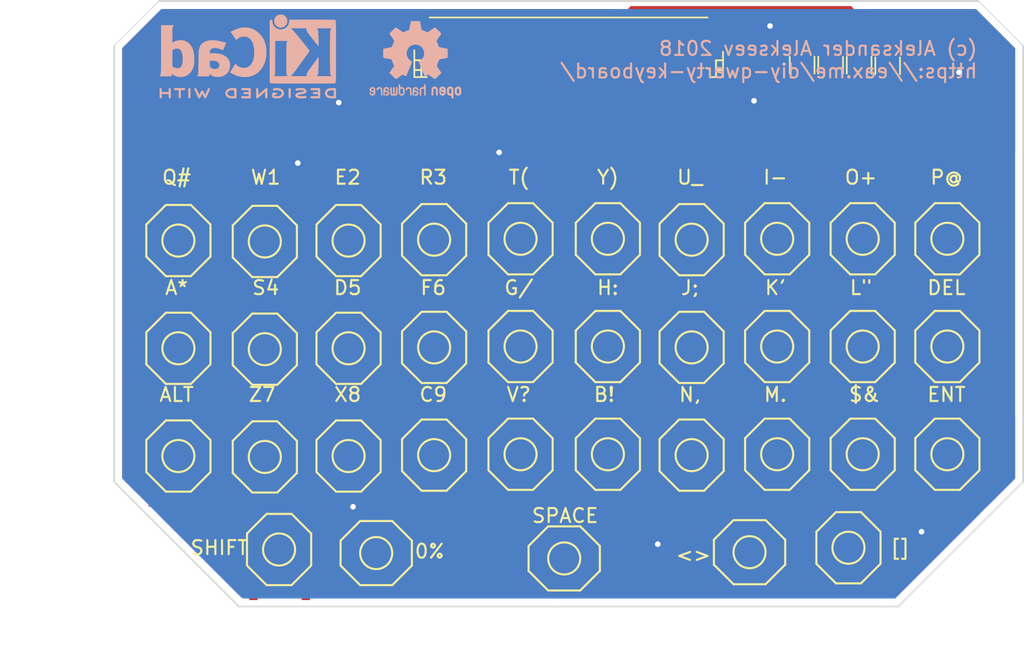
<source format=kicad_pcb>
(kicad_pcb (version 20171130) (host pcbnew "(6.0.0-rc1-dev-148-g83a56263d)")
  (layers (0 F.Cu signal) (31 B.Cu signal) (34 B.Paste user) (35 F.Paste user) (36 B.SilkS user) (37 F.SilkS user) (38 B.Mask user) (39 F.Mask user) (44 Edge.Cuts user))
  (net 0 "")
  (net 1 ROW3)
  (net 2 ROW2)
  (net 3 ROW1)
  (net 4 ROW4)
  (net 5 COL1)
  (net 6 COL2)
  (net 7 COL3)
  (net 8 COL4)
  (net 9 COL5)
  (net 10 COL6)
  (net 11 COL7)
  (net 12 COL8)
  (net 13 COL9)
  (net 14 COL10)
  (net 15 GND)
  (module Resistors_SMD:R_0805_HandSoldering (layer F.Cu) (at 83.439 53.467 270)
    (fp_text reference R2 hide)
    (fp_text value 10K)
    (pad 1 smd rect (at -1.35 0 270) (size 1.5 1.3) (layers F.Cu F.Paste F.Mask) (net 2 ROW2))
    (pad 2 smd rect (at 1.35 0 270) (size 1.5 1.3) (layers F.Cu F.Paste F.Mask) (net 15 GND))
  )
  (module Resistors_SMD:R_0805_HandSoldering (layer F.Cu) (at 85.471 53.467 270)
    (fp_text reference R1 hide)
    (fp_text value 10K)
    (pad 2 smd rect (at 1.35 0 270) (size 1.5 1.3) (layers F.Cu F.Paste F.Mask) (net 15 GND))
    (pad 1 smd rect (at -1.35 0 270) (size 1.5 1.3) (layers F.Cu F.Paste F.Mask) (net 3 ROW1))
  )
  (module Resistors_SMD:R_0805_HandSoldering (layer F.Cu) (at 87.503 53.514 270)
    (fp_text reference R4 hide)
    (fp_text value 10K)
    (pad 1 smd rect (at -1.35 0 270) (size 1.5 1.3) (layers F.Cu F.Paste F.Mask) (net 4 ROW4))
    (pad 2 smd rect (at 1.35 0 270) (size 1.5 1.3) (layers F.Cu F.Paste F.Mask) (net 15 GND))
  )
  (module Resistors_SMD:R_0805_HandSoldering (layer F.Cu) (at 81.407 53.467 270)
    (fp_text reference R3 hide)
    (fp_text value 10K)
    (pad 2 smd rect (at 1.35 0 270) (size 1.5 1.3) (layers F.Cu F.Paste F.Mask) (net 15 GND))
    (pad 1 smd rect (at -1.35 0 270) (size 1.5 1.3) (layers F.Cu F.Paste F.Mask) (net 1 ROW3))
  )
  (module My_Library:Connector_SMD_1x20_P1.0mm (layer F.Cu) (at 64.77 52.705 180)
    (fp_text reference J1 hide)
    (fp_text value Conn_01x20 hide)
    (pad "" smd rect (at 11.5 1.4 180) (size 3 1.8) (layers F.Cu F.Paste F.Mask) (net 15 GND))
    (pad "" smd rect (at -11.5 1.4 180) (size 3 1.8) (layers F.Cu F.Paste F.Mask) (net 15 GND))
    (pad 1 smd rect (at 9.5 -1.9375 180) (size 0.6 1.55) (layers F.Cu F.Paste F.Mask) (net 5 COL1))
    (pad 2 smd rect (at 8.5 -1.9375 180) (size 0.6 1.55) (layers F.Cu F.Paste F.Mask) (net 6 COL2))
    (pad 3 smd rect (at 7.5 -1.9375 180) (size 0.6 1.55) (layers F.Cu F.Paste F.Mask) (net 7 COL3))
    (pad 4 smd rect (at 6.5 -1.9375 180) (size 0.6 1.55) (layers F.Cu F.Paste F.Mask) (net 8 COL4))
    (pad 5 smd rect (at 5.5 -1.9375 180) (size 0.6 1.55) (layers F.Cu F.Paste F.Mask) (net 9 COL5))
    (pad 6 smd rect (at 4.5 -1.9375 180) (size 0.6 1.55) (layers F.Cu F.Paste F.Mask) (net 10 COL6))
    (pad 7 smd rect (at 3.5 -1.9375 180) (size 0.6 1.55) (layers F.Cu F.Paste F.Mask) (net 11 COL7))
    (pad 8 smd rect (at 2.5 -1.9375 180) (size 0.6 1.55) (layers F.Cu F.Paste F.Mask) (net 12 COL8))
    (pad 9 smd rect (at 1.5 -1.9375 180) (size 0.6 1.55) (layers F.Cu F.Paste F.Mask) (net 13 COL9))
    (pad 10 smd rect (at 0.5 -1.9375 180) (size 0.6 1.55) (layers F.Cu F.Paste F.Mask) (net 14 COL10))
    (pad 11 smd rect (at -0.5 -1.9375 180) (size 0.6 1.55) (layers F.Cu F.Paste F.Mask) (net 3 ROW1))
    (pad 12 smd rect (at -1.5 -1.9375 180) (size 0.6 1.55) (layers F.Cu F.Paste F.Mask) (net 2 ROW2))
    (pad 13 smd rect (at -2.5 -1.9375 180) (size 0.6 1.55) (layers F.Cu F.Paste F.Mask) (net 1 ROW3))
    (pad 14 smd rect (at -3.5 -1.9375 180) (size 0.6 1.55) (layers F.Cu F.Paste F.Mask) (net 4 ROW4))
    (pad 15 smd rect (at -4.5 -1.9375 180) (size 0.6 1.55) (layers F.Cu F.Paste F.Mask) (net 15 GND))
    (pad 16 smd rect (at -5.5 -1.9375 180) (size 0.6 1.55) (layers F.Cu F.Paste F.Mask))
    (pad 17 smd rect (at -6.5 -1.9375 180) (size 0.6 1.55) (layers F.Cu F.Paste F.Mask))
    (pad 18 smd rect (at -7.5 -1.9375 180) (size 0.6 1.55) (layers F.Cu F.Paste F.Mask))
    (pad 19 smd rect (at -8.5 -1.9375 180) (size 0.6 1.55) (layers F.Cu F.Paste F.Mask))
    (pad 20 smd rect (at -9.5 -1.9375 180) (size 0.6 1.55) (layers F.Cu F.Paste F.Mask))
  )
  (module My_Library:Button_SMD_5mm_4pins (layer F.Cu) (at 91.8845 65.8495 90)
    (fp_text reference SW33 hide)
    (fp_text value SW_Push)
    (pad 1 smd rect (at -2.8575 -1.9558 90) (size 1.5 0.6) (layers F.Cu F.Paste F.Mask) (net 3 ROW1))
    (pad 2 smd rect (at -2.8575 1.778 90) (size 1.5 0.6) (layers F.Cu F.Paste F.Mask) (net 14 COL10))
    (pad 2 smd rect (at 2.8575 1.778 90) (size 1.5 0.6) (layers F.Cu F.Paste F.Mask) (net 14 COL10))
    (pad 1 smd rect (at 2.8575 -1.9558 90) (size 1.5 0.6) (layers F.Cu F.Paste F.Mask) (net 3 ROW1))
  )
  (module My_Library:Button_SMD_5mm_4pins (layer F.Cu) (at 61.468 73.533 90)
    (fp_text reference SW18 hide)
    (fp_text value SW_Push hide)
    (pad 1 smd rect (at -2.8575 -1.9558 90) (size 1.5 0.6) (layers F.Cu F.Paste F.Mask) (net 2 ROW2))
    (pad 2 smd rect (at -2.8575 1.778 90) (size 1.5 0.6) (layers F.Cu F.Paste F.Mask) (net 9 COL5))
    (pad 2 smd rect (at 2.8575 1.778 90) (size 1.5 0.6) (layers F.Cu F.Paste F.Mask) (net 9 COL5))
    (pad 1 smd rect (at 2.8575 -1.9558 90) (size 1.5 0.6) (layers F.Cu F.Paste F.Mask) (net 2 ROW2))
  )
  (module My_Library:Button_SMD_5mm_4pins (layer F.Cu) (at 55.3085 81.28 90)
    (fp_text reference SW15 hide)
    (fp_text value SW_Push hide)
    (pad 1 smd rect (at 2.8575 -1.9558 90) (size 1.5 0.6) (layers F.Cu F.Paste F.Mask) (net 1 ROW3))
    (pad 2 smd rect (at 2.8575 1.778 90) (size 1.5 0.6) (layers F.Cu F.Paste F.Mask) (net 8 COL4))
    (pad 2 smd rect (at -2.8575 1.778 90) (size 1.5 0.6) (layers F.Cu F.Paste F.Mask) (net 8 COL4))
    (pad 1 smd rect (at -2.8575 -1.9558 90) (size 1.5 0.6) (layers F.Cu F.Paste F.Mask) (net 1 ROW3))
  )
  (module My_Library:Button_SMD_5mm_4pins (layer F.Cu) (at 55.3085 73.5965 90)
    (fp_text reference SW14 hide)
    (fp_text value SW_Push)
    (pad 1 smd rect (at -2.8575 -1.9558 90) (size 1.5 0.6) (layers F.Cu F.Paste F.Mask) (net 2 ROW2))
    (pad 2 smd rect (at -2.8575 1.778 90) (size 1.5 0.6) (layers F.Cu F.Paste F.Mask) (net 8 COL4))
    (pad 2 smd rect (at 2.8575 1.778 90) (size 1.5 0.6) (layers F.Cu F.Paste F.Mask) (net 8 COL4))
    (pad 1 smd rect (at 2.8575 -1.9558 90) (size 1.5 0.6) (layers F.Cu F.Paste F.Mask) (net 2 ROW2))
  )
  (module My_Library:Button_SMD_5mm_4pins (layer F.Cu) (at 55.3085 65.913 90)
    (fp_text reference SW13 hide)
    (fp_text value SW_Push)
    (pad 1 smd rect (at 2.8575 -1.9558 90) (size 1.5 0.6) (layers F.Cu F.Paste F.Mask) (net 3 ROW1))
    (pad 2 smd rect (at 2.8575 1.778 90) (size 1.5 0.6) (layers F.Cu F.Paste F.Mask) (net 8 COL4))
    (pad 2 smd rect (at -2.8575 1.778 90) (size 1.5 0.6) (layers F.Cu F.Paste F.Mask) (net 8 COL4))
    (pad 1 smd rect (at -2.8575 -1.9558 90) (size 1.5 0.6) (layers F.Cu F.Paste F.Mask) (net 3 ROW1))
  )
  (module My_Library:Button_SMD_5mm_4pins (layer F.Cu) (at 64.4525 88.773)
    (fp_text reference SW12 hide)
    (fp_text value SW_Push)
    (pad 1 smd rect (at -2.8575 -1.9558) (size 1.5 0.6) (layers F.Cu F.Paste F.Mask) (net 4 ROW4))
    (pad 2 smd rect (at -2.8575 1.778) (size 1.5 0.6) (layers F.Cu F.Paste F.Mask) (net 7 COL3))
    (pad 2 smd rect (at 2.8575 1.778) (size 1.5 0.6) (layers F.Cu F.Paste F.Mask) (net 7 COL3))
    (pad 1 smd rect (at 2.8575 -1.9558) (size 1.5 0.6) (layers F.Cu F.Paste F.Mask) (net 4 ROW4))
  )
  (module My_Library:Button_SMD_5mm_4pins (layer F.Cu) (at 49.2125 81.3435 90)
    (fp_text reference SW11 hide)
    (fp_text value SW_Push)
    (pad 1 smd rect (at 2.8575 -1.9558 90) (size 1.5 0.6) (layers F.Cu F.Paste F.Mask) (net 1 ROW3))
    (pad 2 smd rect (at 2.8575 1.778 90) (size 1.5 0.6) (layers F.Cu F.Paste F.Mask) (net 7 COL3))
    (pad 2 smd rect (at -2.8575 1.778 90) (size 1.5 0.6) (layers F.Cu F.Paste F.Mask) (net 7 COL3))
    (pad 1 smd rect (at -2.8575 -1.9558 90) (size 1.5 0.6) (layers F.Cu F.Paste F.Mask) (net 1 ROW3))
  )
  (module My_Library:Button_SMD_5mm_4pins (layer F.Cu) (at 49.2125 73.66 90)
    (fp_text reference SW10 hide)
    (fp_text value SW_Push)
    (pad 1 smd rect (at -2.8575 -1.9558 90) (size 1.5 0.6) (layers F.Cu F.Paste F.Mask) (net 2 ROW2))
    (pad 2 smd rect (at -2.8575 1.778 90) (size 1.5 0.6) (layers F.Cu F.Paste F.Mask) (net 7 COL3))
    (pad 2 smd rect (at 2.8575 1.778 90) (size 1.5 0.6) (layers F.Cu F.Paste F.Mask) (net 7 COL3))
    (pad 1 smd rect (at 2.8575 -1.9558 90) (size 1.5 0.6) (layers F.Cu F.Paste F.Mask) (net 2 ROW2))
  )
  (module My_Library:Button_SMD_5mm_4pins (layer F.Cu) (at 61.468 81.2165 90)
    (fp_text reference SW19 hide)
    (fp_text value SW_Push hide)
    (pad 1 smd rect (at 2.8575 -1.9558 90) (size 1.5 0.6) (layers F.Cu F.Paste F.Mask) (net 1 ROW3))
    (pad 2 smd rect (at 2.8575 1.778 90) (size 1.5 0.6) (layers F.Cu F.Paste F.Mask) (net 9 COL5))
    (pad 2 smd rect (at -2.8575 1.778 90) (size 1.5 0.6) (layers F.Cu F.Paste F.Mask) (net 9 COL5))
    (pad 1 smd rect (at -2.8575 -1.9558 90) (size 1.5 0.6) (layers F.Cu F.Paste F.Mask) (net 1 ROW3))
  )
  (module My_Library:Button_SMD_5mm_4pins (layer F.Cu) (at 51.054 88.392)
    (fp_text reference SW8 hide)
    (fp_text value SW_Push)
    (pad 1 smd rect (at -2.8575 -1.9558) (size 1.5 0.6) (layers F.Cu F.Paste F.Mask) (net 4 ROW4))
    (pad 2 smd rect (at -2.8575 1.778) (size 1.5 0.6) (layers F.Cu F.Paste F.Mask) (net 6 COL2))
    (pad 2 smd rect (at 2.8575 1.778) (size 1.5 0.6) (layers F.Cu F.Paste F.Mask) (net 6 COL2))
    (pad 1 smd rect (at 2.8575 -1.9558) (size 1.5 0.6) (layers F.Cu F.Paste F.Mask) (net 4 ROW4))
  )
  (module My_Library:Button_SMD_5mm_4pins (layer F.Cu) (at 43.2435 81.407 90)
    (fp_text reference SW7 hide)
    (fp_text value SW_Push)
    (pad 1 smd rect (at 2.8575 -1.9558 90) (size 1.5 0.6) (layers F.Cu F.Paste F.Mask) (net 1 ROW3))
    (pad 2 smd rect (at 2.8575 1.778 90) (size 1.5 0.6) (layers F.Cu F.Paste F.Mask) (net 6 COL2))
    (pad 2 smd rect (at -2.8575 1.778 90) (size 1.5 0.6) (layers F.Cu F.Paste F.Mask) (net 6 COL2))
    (pad 1 smd rect (at -2.8575 -1.9558 90) (size 1.5 0.6) (layers F.Cu F.Paste F.Mask) (net 1 ROW3))
  )
  (module My_Library:Button_SMD_5mm_4pins (layer F.Cu) (at 43.2435 73.7235 90)
    (fp_text reference SW6 hide)
    (fp_text value SW_Push)
    (pad 1 smd rect (at -2.8575 -1.9558 90) (size 1.5 0.6) (layers F.Cu F.Paste F.Mask) (net 2 ROW2))
    (pad 2 smd rect (at -2.8575 1.778 90) (size 1.5 0.6) (layers F.Cu F.Paste F.Mask) (net 6 COL2))
    (pad 2 smd rect (at 2.8575 1.778 90) (size 1.5 0.6) (layers F.Cu F.Paste F.Mask) (net 6 COL2))
    (pad 1 smd rect (at 2.8575 -1.9558 90) (size 1.5 0.6) (layers F.Cu F.Paste F.Mask) (net 2 ROW2))
  )
  (module My_Library:Button_SMD_5mm_4pins (layer F.Cu) (at 43.2435 66.04 90)
    (fp_text reference SW5 hide)
    (fp_text value SW_Push hide)
    (pad 1 smd rect (at 2.8575 -1.9558 90) (size 1.5 0.6) (layers F.Cu F.Paste F.Mask) (net 3 ROW1))
    (pad 2 smd rect (at 2.8575 1.778 90) (size 1.5 0.6) (layers F.Cu F.Paste F.Mask) (net 6 COL2))
    (pad 2 smd rect (at -2.8575 1.778 90) (size 1.5 0.6) (layers F.Cu F.Paste F.Mask) (net 6 COL2))
    (pad 1 smd rect (at -2.8575 -1.9558 90) (size 1.5 0.6) (layers F.Cu F.Paste F.Mask) (net 3 ROW1))
  )
  (module My_Library:Button_SMD_5mm_4pins (layer F.Cu) (at 44.2595 88.011 90)
    (fp_text reference SW4 hide)
    (fp_text value SW_Push)
    (pad 1 smd rect (at -2.8575 -1.9558 90) (size 1.5 0.6) (layers F.Cu F.Paste F.Mask) (net 4 ROW4))
    (pad 2 smd rect (at -2.8575 1.778 90) (size 1.5 0.6) (layers F.Cu F.Paste F.Mask) (net 5 COL1))
    (pad 2 smd rect (at 2.8575 1.778 90) (size 1.5 0.6) (layers F.Cu F.Paste F.Mask) (net 5 COL1))
    (pad 1 smd rect (at 2.8575 -1.9558 90) (size 1.5 0.6) (layers F.Cu F.Paste F.Mask) (net 4 ROW4))
  )
  (module My_Library:Button_SMD_5mm_4pins (layer F.Cu) (at 37.084 81.3435 90)
    (fp_text reference SW3 hide)
    (fp_text value SW_Push)
    (pad 1 smd rect (at 2.8575 -1.9558 90) (size 1.5 0.6) (layers F.Cu F.Paste F.Mask) (net 1 ROW3))
    (pad 2 smd rect (at 2.8575 1.778 90) (size 1.5 0.6) (layers F.Cu F.Paste F.Mask) (net 5 COL1))
    (pad 2 smd rect (at -2.8575 1.778 90) (size 1.5 0.6) (layers F.Cu F.Paste F.Mask) (net 5 COL1))
    (pad 1 smd rect (at -2.8575 -1.9558 90) (size 1.5 0.6) (layers F.Cu F.Paste F.Mask) (net 1 ROW3))
  )
  (module My_Library:Button_SMD_5mm_4pins (layer F.Cu) (at 37.084 73.66 90)
    (fp_text reference SW2 hide)
    (fp_text value SW_Push)
    (pad 1 smd rect (at -2.8575 -1.9558 90) (size 1.5 0.6) (layers F.Cu F.Paste F.Mask) (net 2 ROW2))
    (pad 2 smd rect (at -2.8575 1.778 90) (size 1.5 0.6) (layers F.Cu F.Paste F.Mask) (net 5 COL1))
    (pad 2 smd rect (at 2.8575 1.778 90) (size 1.5 0.6) (layers F.Cu F.Paste F.Mask) (net 5 COL1))
    (pad 1 smd rect (at 2.8575 -1.9558 90) (size 1.5 0.6) (layers F.Cu F.Paste F.Mask) (net 2 ROW2))
  )
  (module My_Library:Button_SMD_5mm_4pins (layer F.Cu) (at 49.2125 65.9765 90)
    (fp_text reference SW9 hide)
    (fp_text value SW_Push)
    (pad 1 smd rect (at 2.8575 -1.9558 90) (size 1.5 0.6) (layers F.Cu F.Paste F.Mask) (net 3 ROW1))
    (pad 2 smd rect (at 2.8575 1.778 90) (size 1.5 0.6) (layers F.Cu F.Paste F.Mask) (net 7 COL3))
    (pad 2 smd rect (at -2.8575 1.778 90) (size 1.5 0.6) (layers F.Cu F.Paste F.Mask) (net 7 COL3))
    (pad 1 smd rect (at -2.8575 -1.9558 90) (size 1.5 0.6) (layers F.Cu F.Paste F.Mask) (net 3 ROW1))
  )
  (module My_Library:Button_SMD_5mm_4pins (layer F.Cu) (at 77.6605 88.3285)
    (fp_text reference SW16 hide)
    (fp_text value SW_Push)
    (pad 1 smd rect (at -2.8575 -1.9558) (size 1.5 0.6) (layers F.Cu F.Paste F.Mask) (net 4 ROW4))
    (pad 2 smd rect (at -2.8575 1.778) (size 1.5 0.6) (layers F.Cu F.Paste F.Mask) (net 8 COL4))
    (pad 2 smd rect (at 2.8575 1.778) (size 1.5 0.6) (layers F.Cu F.Paste F.Mask) (net 8 COL4))
    (pad 1 smd rect (at 2.8575 -1.9558) (size 1.5 0.6) (layers F.Cu F.Paste F.Mask) (net 4 ROW4))
  )
  (module My_Library:Button_SMD_5mm_4pins (layer F.Cu) (at 91.8845 81.2165 90)
    (fp_text reference SW35 hide)
    (fp_text value SW_Push)
    (pad 1 smd rect (at 2.8575 -1.9558 90) (size 1.5 0.6) (layers F.Cu F.Paste F.Mask) (net 1 ROW3))
    (pad 2 smd rect (at 2.8575 1.778 90) (size 1.5 0.6) (layers F.Cu F.Paste F.Mask) (net 14 COL10))
    (pad 2 smd rect (at -2.8575 1.778 90) (size 1.5 0.6) (layers F.Cu F.Paste F.Mask) (net 14 COL10))
    (pad 1 smd rect (at -2.8575 -1.9558 90) (size 1.5 0.6) (layers F.Cu F.Paste F.Mask) (net 1 ROW3))
  )
  (module My_Library:Button_SMD_5mm_4pins (layer F.Cu) (at 85.852 81.2165 90)
    (fp_text reference SW32 hide)
    (fp_text value SW_Push)
    (pad 1 smd rect (at 2.8575 -1.9558 90) (size 1.5 0.6) (layers F.Cu F.Paste F.Mask) (net 1 ROW3))
    (pad 2 smd rect (at 2.8575 1.778 90) (size 1.5 0.6) (layers F.Cu F.Paste F.Mask) (net 13 COL9))
    (pad 2 smd rect (at -2.8575 1.778 90) (size 1.5 0.6) (layers F.Cu F.Paste F.Mask) (net 13 COL9))
    (pad 1 smd rect (at -2.8575 -1.9558 90) (size 1.5 0.6) (layers F.Cu F.Paste F.Mask) (net 1 ROW3))
  )
  (module My_Library:Button_SMD_5mm_4pins (layer F.Cu) (at 85.852 73.533 90)
    (fp_text reference SW31 hide)
    (fp_text value SW_Push hide)
    (pad 1 smd rect (at -2.8575 -1.9558 90) (size 1.5 0.6) (layers F.Cu F.Paste F.Mask) (net 2 ROW2))
    (pad 2 smd rect (at -2.8575 1.778 90) (size 1.5 0.6) (layers F.Cu F.Paste F.Mask) (net 13 COL9))
    (pad 2 smd rect (at 2.8575 1.778 90) (size 1.5 0.6) (layers F.Cu F.Paste F.Mask) (net 13 COL9))
    (pad 1 smd rect (at 2.8575 -1.9558 90) (size 1.5 0.6) (layers F.Cu F.Paste F.Mask) (net 2 ROW2))
  )
  (module My_Library:Button_SMD_5mm_4pins (layer F.Cu) (at 85.852 65.8495 90)
    (fp_text reference SW30 hide)
    (fp_text value SW_Push)
    (pad 1 smd rect (at 2.8575 -1.9558 90) (size 1.5 0.6) (layers F.Cu F.Paste F.Mask) (net 3 ROW1))
    (pad 2 smd rect (at 2.8575 1.778 90) (size 1.5 0.6) (layers F.Cu F.Paste F.Mask) (net 13 COL9))
    (pad 2 smd rect (at -2.8575 1.778 90) (size 1.5 0.6) (layers F.Cu F.Paste F.Mask) (net 13 COL9))
    (pad 1 smd rect (at -2.8575 -1.9558 90) (size 1.5 0.6) (layers F.Cu F.Paste F.Mask) (net 3 ROW1))
  )
  (module My_Library:Button_SMD_5mm_4pins (layer F.Cu) (at 79.756 81.2165 90)
    (fp_text reference SW29 hide)
    (fp_text value SW_Push)
    (pad 1 smd rect (at -2.8575 -1.9558 90) (size 1.5 0.6) (layers F.Cu F.Paste F.Mask) (net 1 ROW3))
    (pad 2 smd rect (at -2.8575 1.778 90) (size 1.5 0.6) (layers F.Cu F.Paste F.Mask) (net 12 COL8))
    (pad 2 smd rect (at 2.8575 1.778 90) (size 1.5 0.6) (layers F.Cu F.Paste F.Mask) (net 12 COL8))
    (pad 1 smd rect (at 2.8575 -1.9558 90) (size 1.5 0.6) (layers F.Cu F.Paste F.Mask) (net 1 ROW3))
  )
  (module My_Library:Button_SMD_5mm_4pins (layer F.Cu) (at 79.756 73.533 90)
    (fp_text reference SW28 hide)
    (fp_text value SW_Push)
    (pad 1 smd rect (at 2.8575 -1.9558 90) (size 1.5 0.6) (layers F.Cu F.Paste F.Mask) (net 2 ROW2))
    (pad 2 smd rect (at 2.8575 1.778 90) (size 1.5 0.6) (layers F.Cu F.Paste F.Mask) (net 12 COL8))
    (pad 2 smd rect (at -2.8575 1.778 90) (size 1.5 0.6) (layers F.Cu F.Paste F.Mask) (net 12 COL8))
    (pad 1 smd rect (at -2.8575 -1.9558 90) (size 1.5 0.6) (layers F.Cu F.Paste F.Mask) (net 2 ROW2))
  )
  (module My_Library:Button_SMD_5mm_4pins (layer F.Cu) (at 37.084 65.9765 90)
    (fp_text reference SW1 hide)
    (fp_text value SW_Push)
    (pad 1 smd rect (at -2.8575 -1.9558 90) (size 1.5 0.6) (layers F.Cu F.Paste F.Mask) (net 3 ROW1))
    (pad 2 smd rect (at -2.8575 1.778 90) (size 1.5 0.6) (layers F.Cu F.Paste F.Mask) (net 5 COL1))
    (pad 2 smd rect (at 2.8575 1.778 90) (size 1.5 0.6) (layers F.Cu F.Paste F.Mask) (net 5 COL1))
    (pad 1 smd rect (at 2.8575 -1.9558 90) (size 1.5 0.6) (layers F.Cu F.Paste F.Mask) (net 3 ROW1))
  )
  (module My_Library:Button_SMD_5mm_4pins (layer F.Cu) (at 61.468 65.8495 90)
    (fp_text reference SW17 hide)
    (fp_text value SW_Push hide)
    (pad 1 smd rect (at 2.8575 -1.9558 90) (size 1.5 0.6) (layers F.Cu F.Paste F.Mask) (net 3 ROW1))
    (pad 2 smd rect (at 2.8575 1.778 90) (size 1.5 0.6) (layers F.Cu F.Paste F.Mask) (net 9 COL5))
    (pad 2 smd rect (at -2.8575 1.778 90) (size 1.5 0.6) (layers F.Cu F.Paste F.Mask) (net 9 COL5))
    (pad 1 smd rect (at -2.8575 -1.9558 90) (size 1.5 0.6) (layers F.Cu F.Paste F.Mask) (net 3 ROW1))
  )
  (module My_Library:Button_SMD_5mm_4pins (layer F.Cu) (at 73.66 73.5965 90)
    (fp_text reference SW25 hide)
    (fp_text value SW_Push)
    (pad 1 smd rect (at -2.8575 -1.9558 90) (size 1.5 0.6) (layers F.Cu F.Paste F.Mask) (net 2 ROW2))
    (pad 2 smd rect (at -2.8575 1.778 90) (size 1.5 0.6) (layers F.Cu F.Paste F.Mask) (net 11 COL7))
    (pad 2 smd rect (at 2.8575 1.778 90) (size 1.5 0.6) (layers F.Cu F.Paste F.Mask) (net 11 COL7))
    (pad 1 smd rect (at 2.8575 -1.9558 90) (size 1.5 0.6) (layers F.Cu F.Paste F.Mask) (net 2 ROW2))
  )
  (module My_Library:Button_SMD_5mm_4pins (layer F.Cu) (at 73.66 65.913 90)
    (fp_text reference SW24 hide)
    (fp_text value SW_Push hide)
    (pad 1 smd rect (at 2.8575 -1.9558 90) (size 1.5 0.6) (layers F.Cu F.Paste F.Mask) (net 3 ROW1))
    (pad 2 smd rect (at 2.8575 1.778 90) (size 1.5 0.6) (layers F.Cu F.Paste F.Mask) (net 11 COL7))
    (pad 2 smd rect (at -2.8575 1.778 90) (size 1.5 0.6) (layers F.Cu F.Paste F.Mask) (net 11 COL7))
    (pad 1 smd rect (at -2.8575 -1.9558 90) (size 1.5 0.6) (layers F.Cu F.Paste F.Mask) (net 3 ROW1))
  )
  (module My_Library:Button_SMD_5mm_4pins (layer F.Cu) (at 67.691 81.2165 90)
    (fp_text reference SW23 hide)
    (fp_text value SW_Push)
    (pad 1 smd rect (at -2.8575 -1.9558 90) (size 1.5 0.6) (layers F.Cu F.Paste F.Mask) (net 1 ROW3))
    (pad 2 smd rect (at -2.8575 1.778 90) (size 1.5 0.6) (layers F.Cu F.Paste F.Mask) (net 10 COL6))
    (pad 2 smd rect (at 2.8575 1.778 90) (size 1.5 0.6) (layers F.Cu F.Paste F.Mask) (net 10 COL6))
    (pad 1 smd rect (at 2.8575 -1.9558 90) (size 1.5 0.6) (layers F.Cu F.Paste F.Mask) (net 1 ROW3))
  )
  (module My_Library:Button_SMD_5mm_4pins (layer F.Cu) (at 67.691 73.533 90)
    (fp_text reference SW22 hide)
    (fp_text value SW_Push)
    (pad 1 smd rect (at 2.8575 -1.9558 90) (size 1.5 0.6) (layers F.Cu F.Paste F.Mask) (net 2 ROW2))
    (pad 2 smd rect (at 2.8575 1.778 90) (size 1.5 0.6) (layers F.Cu F.Paste F.Mask) (net 10 COL6))
    (pad 2 smd rect (at -2.8575 1.778 90) (size 1.5 0.6) (layers F.Cu F.Paste F.Mask) (net 10 COL6))
    (pad 1 smd rect (at -2.8575 -1.9558 90) (size 1.5 0.6) (layers F.Cu F.Paste F.Mask) (net 2 ROW2))
  )
  (module My_Library:Button_SMD_5mm_4pins (layer F.Cu) (at 67.691 65.8495 90)
    (fp_text reference SW21 hide)
    (fp_text value SW_Push)
    (pad 1 smd rect (at -2.8575 -1.9558 90) (size 1.5 0.6) (layers F.Cu F.Paste F.Mask) (net 3 ROW1))
    (pad 2 smd rect (at -2.8575 1.778 90) (size 1.5 0.6) (layers F.Cu F.Paste F.Mask) (net 10 COL6))
    (pad 2 smd rect (at 2.8575 1.778 90) (size 1.5 0.6) (layers F.Cu F.Paste F.Mask) (net 10 COL6))
    (pad 1 smd rect (at 2.8575 -1.9558 90) (size 1.5 0.6) (layers F.Cu F.Paste F.Mask) (net 3 ROW1))
  )
  (module My_Library:Button_SMD_5mm_4pins (layer F.Cu) (at 84.836 87.884 90)
    (fp_text reference SW20 hide)
    (fp_text value SW_Push)
    (pad 1 smd rect (at 2.8575 -1.9558 90) (size 1.5 0.6) (layers F.Cu F.Paste F.Mask) (net 4 ROW4))
    (pad 2 smd rect (at 2.8575 1.778 90) (size 1.5 0.6) (layers F.Cu F.Paste F.Mask) (net 9 COL5))
    (pad 2 smd rect (at -2.8575 1.778 90) (size 1.5 0.6) (layers F.Cu F.Paste F.Mask) (net 9 COL5))
    (pad 1 smd rect (at -2.8575 -1.9558 90) (size 1.5 0.6) (layers F.Cu F.Paste F.Mask) (net 4 ROW4))
  )
  (module My_Library:Button_SMD_5mm_4pins (layer F.Cu) (at 79.756 65.8495 90)
    (fp_text reference SW27 hide)
    (fp_text value SW_Push)
    (pad 1 smd rect (at -2.8575 -1.9558 90) (size 1.5 0.6) (layers F.Cu F.Paste F.Mask) (net 3 ROW1))
    (pad 2 smd rect (at -2.8575 1.778 90) (size 1.5 0.6) (layers F.Cu F.Paste F.Mask) (net 12 COL8))
    (pad 2 smd rect (at 2.8575 1.778 90) (size 1.5 0.6) (layers F.Cu F.Paste F.Mask) (net 12 COL8))
    (pad 1 smd rect (at 2.8575 -1.9558 90) (size 1.5 0.6) (layers F.Cu F.Paste F.Mask) (net 3 ROW1))
  )
  (module My_Library:Button_SMD_5mm_4pins (layer F.Cu) (at 91.8845 73.533 90)
    (fp_text reference SW34 hide)
    (fp_text value SW_Push)
    (pad 1 smd rect (at 2.8575 -1.9558 90) (size 1.5 0.6) (layers F.Cu F.Paste F.Mask) (net 2 ROW2))
    (pad 2 smd rect (at 2.8575 1.778 90) (size 1.5 0.6) (layers F.Cu F.Paste F.Mask) (net 14 COL10))
    (pad 2 smd rect (at -2.8575 1.778 90) (size 1.5 0.6) (layers F.Cu F.Paste F.Mask) (net 14 COL10))
    (pad 1 smd rect (at -2.8575 -1.9558 90) (size 1.5 0.6) (layers F.Cu F.Paste F.Mask) (net 2 ROW2))
  )
  (module My_Library:Button_SMD_5mm_4pins (layer F.Cu) (at 73.66 81.28 90)
    (fp_text reference SW26 hide)
    (fp_text value SW_Push)
    (pad 1 smd rect (at -2.8575 -1.9558 90) (size 1.5 0.6) (layers F.Cu F.Paste F.Mask) (net 1 ROW3))
    (pad 2 smd rect (at -2.8575 1.778 90) (size 1.5 0.6) (layers F.Cu F.Paste F.Mask) (net 11 COL7))
    (pad 2 smd rect (at 2.8575 1.778 90) (size 1.5 0.6) (layers F.Cu F.Paste F.Mask) (net 11 COL7))
    (pad 1 smd rect (at 2.8575 -1.9558 90) (size 1.5 0.6) (layers F.Cu F.Paste F.Mask) (net 1 ROW3))
  )
  (module Symbols:KiCad-Logo2_6mm_SilkScreen (layer B.Cu) (at 41.91 52.832 180)
    (fp_text reference REF*** hide)
    (fp_text value KiCad-Logo2_6mm_SilkScreen hide)
  )
  (module Symbols:OSHW-Logo2_7.3x6mm_SilkScreen (layer B.Cu) (at 53.848 53.086 180)
    (fp_text reference REF*** hide)
    (fp_text value OSHW-Logo2_7.3x6mm_SilkScreen hide)
  )
  (gr_text "(c) Aleksander Alekseev 2018\nhttps://eax.me/diy-qwerty-keyboard/" (at 93.98 53.086) (layer B.SilkS) (effects (font (size 1 1)) (justify left mirror)))
  (gr_text [] (at 88.392 87.884) (layer F.SilkS) (effects (font (size 1 1))))
  (gr_text SHIFT (at 39.878 87.884) (layer F.SilkS) (effects (font (size 1 1))))
  (gr_text <> (at 73.66 88.392) (layer F.SilkS) (effects (font (size 1 1))))
  (gr_text 0% (at 54.864 88.138) (layer F.SilkS) (effects (font (size 1 1))))
  (gr_text SPACE (at 64.516 85.598) (layer F.SilkS) (effects (font (size 1 1))))
  (gr_text ENT (at 91.694 76.962) (layer F.SilkS) (effects (font (size 1 1))))
  (gr_text $& (at 85.852 76.962) (layer F.SilkS) (effects (font (size 1 1))))
  (gr_text M. (at 79.502 76.962) (layer F.SilkS) (effects (font (size 1 1))))
  (gr_text N, (at 73.406 76.962) (layer F.SilkS) (effects (font (size 1 1))))
  (gr_text B! (at 67.31 76.962) (layer F.SilkS) (effects (font (size 1 1))))
  (gr_text V? (at 61.214 76.962) (layer F.SilkS) (effects (font (size 1 1))))
  (gr_text C9 (at 55.118 76.962) (layer F.SilkS) (effects (font (size 1 1))))
  (gr_text X8 (at 49.022 76.962) (layer F.SilkS) (effects (font (size 1 1))))
  (gr_text Z7 (at 42.926 76.962) (layer F.SilkS) (effects (font (size 1 1))))
  (gr_text ALT (at 36.83 76.962) (layer F.SilkS) (effects (font (size 1 1))))
  (gr_text DEL (at 91.694 69.342) (layer F.SilkS) (effects (font (size 1 1))))
  (gr_text L" (at 85.598 69.342) (layer F.SilkS) (effects (font (size 1 1))))
  (gr_text K' (at 79.502 69.342) (layer F.SilkS) (effects (font (size 1 1))))
  (gr_text J; (at 73.406 69.342) (layer F.SilkS) (effects (font (size 1 1))))
  (gr_text H: (at 67.564 69.342) (layer F.SilkS) (effects (font (size 1 1))))
  (gr_text G/ (at 61.214 69.342) (layer F.SilkS) (effects (font (size 1 1))))
  (gr_text F6 (at 55.118 69.342) (layer F.SilkS) (effects (font (size 1 1))))
  (gr_text D5 (at 49.022 69.342) (layer F.SilkS) (effects (font (size 1 1))))
  (gr_text S4 (at 43.18 69.342) (layer F.SilkS) (effects (font (size 1 1))))
  (gr_text A* (at 36.83 69.342) (layer F.SilkS) (effects (font (size 1 1))))
  (gr_text P@ (at 91.694 61.468) (layer F.SilkS) (effects (font (size 1 1))))
  (gr_text O+ (at 85.598 61.468) (layer F.SilkS) (effects (font (size 1 1))))
  (gr_text I- (at 79.502 61.468) (layer F.SilkS) (effects (font (size 1 1))))
  (gr_text U_ (at 73.406 61.468) (layer F.SilkS) (effects (font (size 1 1))))
  (gr_text "Y)" (at 67.564 61.468) (layer F.SilkS) (effects (font (size 1 1))))
  (gr_text "T(" (at 61.214 61.468) (layer F.SilkS) (effects (font (size 1 1))))
  (gr_text R3 (at 55.118 61.468) (layer F.SilkS) (effects (font (size 1 1))))
  (gr_text E2 (at 49.022 61.468) (layer F.SilkS) (effects (font (size 1 1))))
  (gr_text W1 (at 43.18 61.468) (layer F.SilkS) (effects (font (size 1 1))))
  (gr_text Q# (at 36.83 61.468) (layer F.SilkS) (effects (font (size 1 1))))
  (gr_line (start 41.275 92.075) (end 64.135 92.075) (layer Edge.Cuts) (width 0.12))
  (gr_line (start 41.275 92.075) (end 32.385 83.185) (layer Edge.Cuts) (width 0.12))
  (gr_line (start 32.385 83.185) (end 32.385 52.07) (layer Edge.Cuts) (width 0.12))
  (gr_line (start 35.56 48.895) (end 32.385 52.07) (layer Edge.Cuts) (width 0.05))
  (gr_line (start 64.77 48.895) (end 35.56 48.895) (layer Edge.Cuts) (width 0.12))
  (gr_line (start 97.155 52.07) (end 93.98 48.895) (layer Edge.Cuts) (width 0.05))
  (gr_line (start 93.98 48.895) (end 64.77 48.895) (layer Edge.Cuts) (width 0.12))
  (gr_line (start 97.155 83.185) (end 97.155 52.07) (layer Edge.Cuts) (width 0.12))
  (gr_line (start 88.265 92.075) (end 97.155 83.185) (layer Edge.Cuts) (width 0.12))
  (gr_line (start 86.995 92.075) (end 88.265 92.075) (layer Edge.Cuts) (width 0.12))
  (gr_line (start 64.135 92.075) (end 86.995 92.075) (layer Edge.Cuts) (width 0.12))
  (segment (start 89.9287 79.9973) (end 89.9287 78.359) (width 0.3) (layer F.Cu) (net 1))
  (segment (start 35.1282 78.486) (end 35.1282 78.936) (width 0.3) (layer F.Cu) (net 1))
  (segment (start 88.7095 81.2165) (end 89.9287 79.9973) (width 0.3) (layer F.Cu) (net 1))
  (segment (start 35.1282 78.936) (end 37.4087 81.2165) (width 0.3) (layer F.Cu) (net 1))
  (segment (start 83.8962 81.1022) (end 84.0105 81.2165) (width 0.3) (layer F.Cu) (net 1))
  (segment (start 83.8962 78.359) (end 83.8962 81.1022) (width 0.3) (layer F.Cu) (net 1))
  (segment (start 84.0105 81.2165) (end 88.7095 81.2165) (width 0.3) (layer F.Cu) (net 1))
  (segment (start 77.8002 79.409) (end 77.9145 79.5233) (width 0.3) (layer F.Cu) (net 1))
  (segment (start 77.8002 78.359) (end 77.8002 79.409) (width 0.3) (layer F.Cu) (net 1))
  (segment (start 77.9145 79.5233) (end 77.9145 81.2165) (width 0.3) (layer F.Cu) (net 1))
  (segment (start 77.9145 81.2165) (end 84.0105 81.2165) (width 0.3) (layer F.Cu) (net 1))
  (segment (start 71.7042 79.4725) (end 71.755 79.5233) (width 0.3) (layer F.Cu) (net 1))
  (segment (start 71.7042 78.4225) (end 71.7042 79.4725) (width 0.3) (layer F.Cu) (net 1))
  (segment (start 71.755 79.5233) (end 71.755 81.2165) (width 0.3) (layer F.Cu) (net 1))
  (segment (start 71.755 81.2165) (end 77.9145 81.2165) (width 0.3) (layer F.Cu) (net 1))
  (segment (start 65.7352 81.1657) (end 65.786 81.2165) (width 0.3) (layer F.Cu) (net 1))
  (segment (start 65.7352 78.359) (end 65.7352 81.1657) (width 0.3) (layer F.Cu) (net 1))
  (segment (start 65.786 81.2165) (end 71.755 81.2165) (width 0.3) (layer F.Cu) (net 1))
  (segment (start 59.5122 81.1022) (end 59.6265 81.2165) (width 0.3) (layer F.Cu) (net 1))
  (segment (start 59.5122 78.359) (end 59.5122 81.1022) (width 0.3) (layer F.Cu) (net 1))
  (segment (start 59.6265 81.2165) (end 65.786 81.2165) (width 0.3) (layer F.Cu) (net 1))
  (segment (start 53.467 79.5868) (end 53.467 81.2165) (width 0.3) (layer F.Cu) (net 1))
  (segment (start 53.3527 79.4725) (end 53.467 79.5868) (width 0.3) (layer F.Cu) (net 1))
  (segment (start 53.3527 78.4225) (end 53.3527 79.4725) (width 0.3) (layer F.Cu) (net 1))
  (segment (start 53.467 81.2165) (end 59.6265 81.2165) (width 0.3) (layer F.Cu) (net 1))
  (segment (start 47.371 79.6503) (end 47.371 81.2165) (width 0.3) (layer F.Cu) (net 1))
  (segment (start 47.2567 79.536) (end 47.371 79.6503) (width 0.3) (layer F.Cu) (net 1))
  (segment (start 47.2567 78.486) (end 47.2567 79.536) (width 0.3) (layer F.Cu) (net 1))
  (segment (start 47.371 81.2165) (end 53.467 81.2165) (width 0.3) (layer F.Cu) (net 1))
  (segment (start 41.3385 79.6503) (end 41.3385 81.2165) (width 0.3) (layer F.Cu) (net 1))
  (segment (start 41.2877 79.5995) (end 41.3385 79.6503) (width 0.3) (layer F.Cu) (net 1))
  (segment (start 41.2877 78.5495) (end 41.2877 79.5995) (width 0.3) (layer F.Cu) (net 1))
  (segment (start 37.4087 81.2165) (end 41.3385 81.2165) (width 0.3) (layer F.Cu) (net 1))
  (segment (start 41.3385 81.2165) (end 47.371 81.2165) (width 0.3) (layer F.Cu) (net 1))
  (segment (start 67.609999 53.417499) (end 67.27 53.757498) (width 0.3) (layer F.Cu) (net 1))
  (segment (start 80.206501 53.417499) (end 67.609999 53.417499) (width 0.3) (layer F.Cu) (net 1))
  (segment (start 81.407 52.217) (end 80.206501 53.417499) (width 0.3) (layer F.Cu) (net 1))
  (segment (start 67.27 53.757498) (end 67.27 54.6425) (width 0.3) (layer F.Cu) (net 1))
  (segment (start 81.407 52.117) (end 81.407 52.217) (width 0.3) (layer F.Cu) (net 1))
  (segment (start 91.44 77.4477) (end 91.44 76.2) (width 0.3) (layer F.Cu) (net 1))
  (segment (start 68.966468 58.131011) (end 67.27 56.434543) (width 0.3) (layer F.Cu) (net 1))
  (segment (start 67.27 55.7175) (end 67.27 54.6425) (width 0.3) (layer F.Cu) (net 1))
  (segment (start 67.27 56.434543) (end 67.27 55.7175) (width 0.3) (layer F.Cu) (net 1))
  (segment (start 93.079054 58.131011) (end 68.966468 58.131011) (width 0.3) (layer F.Cu) (net 1))
  (segment (start 95.729489 60.781446) (end 93.079054 58.131011) (width 0.3) (layer F.Cu) (net 1))
  (segment (start 95.729489 71.910511) (end 95.729489 60.781446) (width 0.3) (layer F.Cu) (net 1))
  (segment (start 91.44 76.2) (end 95.729489 71.910511) (width 0.3) (layer F.Cu) (net 1))
  (segment (start 89.9287 78.359) (end 90.5287 78.359) (width 0.3) (layer F.Cu) (net 1))
  (segment (start 90.5287 78.359) (end 91.44 77.4477) (width 0.3) (layer F.Cu) (net 1))
  (segment (start 89.9287 72.2503) (end 89.9287 70.6755) (width 0.3) (layer F.Cu) (net 2))
  (segment (start 35.1282 70.8025) (end 35.1282 71.8525) (width 0.3) (layer F.Cu) (net 2))
  (segment (start 88.9 73.279) (end 89.9287 72.2503) (width 0.3) (layer F.Cu) (net 2))
  (segment (start 35.1282 71.8525) (end 36.5547 73.279) (width 0.3) (layer F.Cu) (net 2))
  (segment (start 83.947 71.7763) (end 83.947 73.279) (width 0.3) (layer F.Cu) (net 2))
  (segment (start 83.8962 70.6755) (end 83.8962 71.7255) (width 0.3) (layer F.Cu) (net 2))
  (segment (start 83.8962 71.7255) (end 83.947 71.7763) (width 0.3) (layer F.Cu) (net 2))
  (segment (start 83.947 73.279) (end 88.9 73.279) (width 0.3) (layer F.Cu) (net 2))
  (segment (start 77.8002 73.2028) (end 77.724 73.279) (width 0.3) (layer F.Cu) (net 2))
  (segment (start 77.8002 70.6755) (end 77.8002 73.2028) (width 0.3) (layer F.Cu) (net 2))
  (segment (start 77.724 73.279) (end 83.947 73.279) (width 0.3) (layer F.Cu) (net 2))
  (segment (start 71.7042 73.2028) (end 71.628 73.279) (width 0.3) (layer F.Cu) (net 2))
  (segment (start 71.7042 70.739) (end 71.7042 73.2028) (width 0.3) (layer F.Cu) (net 2))
  (segment (start 71.628 73.279) (end 77.724 73.279) (width 0.3) (layer F.Cu) (net 2))
  (segment (start 65.7352 71.7255) (end 65.7225 71.7382) (width 0.3) (layer F.Cu) (net 2))
  (segment (start 65.7352 70.6755) (end 65.7352 71.7255) (width 0.3) (layer F.Cu) (net 2))
  (segment (start 65.7225 71.7382) (end 65.7225 73.279) (width 0.3) (layer F.Cu) (net 2))
  (segment (start 65.7225 73.279) (end 71.628 73.279) (width 0.3) (layer F.Cu) (net 2))
  (segment (start 59.5122 71.7255) (end 59.4995 71.7382) (width 0.3) (layer F.Cu) (net 2))
  (segment (start 59.5122 70.6755) (end 59.5122 71.7255) (width 0.3) (layer F.Cu) (net 2))
  (segment (start 59.4995 71.7382) (end 59.4995 73.279) (width 0.3) (layer F.Cu) (net 2))
  (segment (start 59.4995 73.279) (end 65.7225 73.279) (width 0.3) (layer F.Cu) (net 2))
  (segment (start 53.3527 70.739) (end 53.3527 73.2663) (width 0.3) (layer F.Cu) (net 2))
  (segment (start 53.3527 73.2663) (end 53.34 73.279) (width 0.3) (layer F.Cu) (net 2))
  (segment (start 53.34 73.279) (end 59.4995 73.279) (width 0.3) (layer F.Cu) (net 2))
  (segment (start 47.3075 71.9033) (end 47.3075 73.279) (width 0.3) (layer F.Cu) (net 2))
  (segment (start 47.2567 71.8525) (end 47.3075 71.9033) (width 0.3) (layer F.Cu) (net 2))
  (segment (start 47.2567 70.8025) (end 47.2567 71.8525) (width 0.3) (layer F.Cu) (net 2))
  (segment (start 47.3075 73.279) (end 53.34 73.279) (width 0.3) (layer F.Cu) (net 2))
  (segment (start 41.2877 70.866) (end 41.2877 73.2663) (width 0.3) (layer F.Cu) (net 2))
  (segment (start 41.2877 73.2663) (end 41.275 73.279) (width 0.3) (layer F.Cu) (net 2))
  (segment (start 36.5547 73.279) (end 41.275 73.279) (width 0.3) (layer F.Cu) (net 2))
  (segment (start 41.275 73.279) (end 47.3075 73.279) (width 0.3) (layer F.Cu) (net 2))
  (segment (start 66.27 53.4275) (end 66.8655 52.832) (width 0.3) (layer F.Cu) (net 2))
  (segment (start 67.217476 52.832) (end 67.231988 52.817488) (width 0.3) (layer F.Cu) (net 2))
  (segment (start 66.27 54.6425) (end 66.27 53.4275) (width 0.3) (layer F.Cu) (net 2))
  (segment (start 66.8655 52.832) (end 67.217476 52.832) (width 0.3) (layer F.Cu) (net 2))
  (segment (start 67.231988 52.817488) (end 78.232 52.817488) (width 0.3) (layer F.Cu) (net 2))
  (segment (start 92.830522 58.731022) (end 95.129478 61.029978) (width 0.3) (layer F.Cu) (net 2))
  (segment (start 66.27 56.283086) (end 68.717936 58.731022) (width 0.3) (layer F.Cu) (net 2))
  (segment (start 68.717936 58.731022) (end 92.830522 58.731022) (width 0.3) (layer F.Cu) (net 2))
  (segment (start 95.129478 65.474722) (end 89.9287 70.6755) (width 0.3) (layer F.Cu) (net 2))
  (segment (start 95.129478 61.029978) (end 95.129478 65.474722) (width 0.3) (layer F.Cu) (net 2))
  (segment (start 66.27 54.6425) (end 66.27 56.283086) (width 0.3) (layer F.Cu) (net 2))
  (segment (start 82.677 50.419) (end 83.439 51.181) (width 0.3) (layer F.Cu) (net 2))
  (segment (start 83.439 51.181) (end 83.439 52.117) (width 0.3) (layer F.Cu) (net 2))
  (segment (start 78.232 52.7685) (end 80.5815 50.419) (width 0.3) (layer F.Cu) (net 2))
  (segment (start 80.5815 50.419) (end 82.677 50.419) (width 0.3) (layer F.Cu) (net 2))
  (segment (start 89.9287 64.2493) (end 89.9287 62.992) (width 0.3) (layer F.Cu) (net 3))
  (segment (start 88.773 65.405) (end 89.9287 64.2493) (width 0.3) (layer F.Cu) (net 3))
  (segment (start 35.1282 63.119) (end 35.1282 64.169) (width 0.3) (layer F.Cu) (net 3))
  (segment (start 35.1282 64.169) (end 36.3642 65.405) (width 0.3) (layer F.Cu) (net 3))
  (segment (start 83.8962 65.3923) (end 83.8835 65.405) (width 0.3) (layer F.Cu) (net 3))
  (segment (start 83.8962 62.992) (end 83.8962 65.3923) (width 0.3) (layer F.Cu) (net 3))
  (segment (start 83.8835 65.405) (end 88.773 65.405) (width 0.3) (layer F.Cu) (net 3))
  (segment (start 77.8002 65.2907) (end 77.9145 65.405) (width 0.3) (layer F.Cu) (net 3))
  (segment (start 77.8002 62.992) (end 77.8002 65.2907) (width 0.3) (layer F.Cu) (net 3))
  (segment (start 77.9145 65.405) (end 83.8835 65.405) (width 0.3) (layer F.Cu) (net 3))
  (segment (start 71.7042 65.3923) (end 71.6915 65.405) (width 0.3) (layer F.Cu) (net 3))
  (segment (start 71.7042 63.0555) (end 71.7042 65.3923) (width 0.3) (layer F.Cu) (net 3))
  (segment (start 71.6915 65.405) (end 77.9145 65.405) (width 0.3) (layer F.Cu) (net 3))
  (segment (start 65.659 64.1182) (end 65.659 65.405) (width 0.3) (layer F.Cu) (net 3))
  (segment (start 65.7352 64.042) (end 65.659 64.1182) (width 0.3) (layer F.Cu) (net 3))
  (segment (start 65.7352 62.992) (end 65.7352 64.042) (width 0.3) (layer F.Cu) (net 3))
  (segment (start 65.659 65.405) (end 71.6915 65.405) (width 0.3) (layer F.Cu) (net 3))
  (segment (start 59.5122 65.3542) (end 59.563 65.405) (width 0.3) (layer F.Cu) (net 3))
  (segment (start 59.5122 62.992) (end 59.5122 65.3542) (width 0.3) (layer F.Cu) (net 3))
  (segment (start 59.563 65.405) (end 65.659 65.405) (width 0.3) (layer F.Cu) (net 3))
  (segment (start 53.3527 63.0555) (end 53.3527 64.1055) (width 0.3) (layer F.Cu) (net 3))
  (segment (start 53.467 64.2198) (end 53.467 65.405) (width 0.3) (layer F.Cu) (net 3))
  (segment (start 53.3527 64.1055) (end 53.467 64.2198) (width 0.3) (layer F.Cu) (net 3))
  (segment (start 53.467 65.405) (end 59.563 65.405) (width 0.3) (layer F.Cu) (net 3))
  (segment (start 47.1805 64.2452) (end 47.1805 65.405) (width 0.3) (layer F.Cu) (net 3))
  (segment (start 47.2567 64.169) (end 47.1805 64.2452) (width 0.3) (layer F.Cu) (net 3))
  (segment (start 47.2567 63.119) (end 47.2567 64.169) (width 0.3) (layer F.Cu) (net 3))
  (segment (start 47.1805 65.405) (end 53.467 65.405) (width 0.3) (layer F.Cu) (net 3))
  (segment (start 41.402 64.3468) (end 41.402 65.405) (width 0.3) (layer F.Cu) (net 3))
  (segment (start 41.2877 64.2325) (end 41.402 64.3468) (width 0.3) (layer F.Cu) (net 3))
  (segment (start 36.3642 65.405) (end 41.402 65.405) (width 0.3) (layer F.Cu) (net 3))
  (segment (start 41.2877 63.1825) (end 41.2877 64.2325) (width 0.3) (layer F.Cu) (net 3))
  (segment (start 41.402 65.405) (end 47.1805 65.405) (width 0.3) (layer F.Cu) (net 3))
  (segment (start 65.27 53.388458) (end 69.253448 49.40501) (width 0.3) (layer F.Cu) (net 3))
  (segment (start 65.27 54.6425) (end 65.27 53.388458) (width 0.3) (layer F.Cu) (net 3))
  (segment (start 69.253448 49.40501) (end 84.83801 49.40501) (width 0.3) (layer F.Cu) (net 3))
  (segment (start 85.471 50.038) (end 85.471 52.117) (width 0.3) (layer F.Cu) (net 3))
  (segment (start 84.83801 49.40501) (end 85.471 50.038) (width 0.3) (layer F.Cu) (net 3))
  (segment (start 92.58199 59.331032) (end 68.469403 59.331031) (width 0.3) (layer F.Cu) (net 3))
  (segment (start 65.27 56.131628) (end 65.27 55.7175) (width 0.3) (layer F.Cu) (net 3))
  (segment (start 94.529467 64.728533) (end 94.529468 61.27851) (width 0.3) (layer F.Cu) (net 3))
  (segment (start 93.6625 65.5955) (end 94.529467 64.728533) (width 0.3) (layer F.Cu) (net 3))
  (segment (start 93.1322 65.5955) (end 93.6625 65.5955) (width 0.3) (layer F.Cu) (net 3))
  (segment (start 68.469403 59.331031) (end 65.27 56.131628) (width 0.3) (layer F.Cu) (net 3))
  (segment (start 94.529468 61.27851) (end 92.58199 59.331032) (width 0.3) (layer F.Cu) (net 3))
  (segment (start 90.5287 62.992) (end 93.1322 65.5955) (width 0.3) (layer F.Cu) (net 3))
  (segment (start 65.27 55.7175) (end 65.27 54.6425) (width 0.3) (layer F.Cu) (net 3))
  (segment (start 89.9287 62.992) (end 90.5287 62.992) (width 0.3) (layer F.Cu) (net 3))
  (segment (start 54.2925 86.8172) (end 53.9115 86.4362) (width 0.3) (layer F.Cu) (net 4))
  (segment (start 61.595 86.8172) (end 54.2925 86.8172) (width 0.3) (layer F.Cu) (net 4))
  (segment (start 67.7545 86.3727) (end 67.31 86.8172) (width 0.3) (layer F.Cu) (net 4))
  (segment (start 74.803 86.3727) (end 67.7545 86.3727) (width 0.3) (layer F.Cu) (net 4))
  (segment (start 81.534 86.3727) (end 82.8802 85.0265) (width 0.3) (layer F.Cu) (net 4))
  (segment (start 80.518 86.3727) (end 81.534 86.3727) (width 0.3) (layer F.Cu) (net 4))
  (segment (start 42.3037 85.6035) (end 42.3037 85.1535) (width 0.3) (layer F.Cu) (net 4))
  (segment (start 44.8382 88.138) (end 42.3037 85.6035) (width 0.3) (layer F.Cu) (net 4))
  (segment (start 47.0947 88.138) (end 44.8382 88.138) (width 0.3) (layer F.Cu) (net 4))
  (segment (start 48.1965 86.4362) (end 48.1965 87.0362) (width 0.3) (layer F.Cu) (net 4))
  (segment (start 48.1965 87.0362) (end 47.0947 88.138) (width 0.3) (layer F.Cu) (net 4))
  (segment (start 96.3295 60.532914) (end 93.327586 57.531) (width 0.3) (layer F.Cu) (net 4))
  (segment (start 96.3295 77.552002) (end 96.3295 60.532914) (width 0.3) (layer F.Cu) (net 4))
  (segment (start 85.979 82.296) (end 91.585502 82.296) (width 0.3) (layer F.Cu) (net 4))
  (segment (start 85.217 83.058) (end 85.979 82.296) (width 0.3) (layer F.Cu) (net 4))
  (segment (start 85.217 85.1535) (end 85.217 83.058) (width 0.3) (layer F.Cu) (net 4))
  (segment (start 82.8802 85.4765) (end 83.4802 86.0765) (width 0.3) (layer F.Cu) (net 4))
  (segment (start 82.8802 85.0265) (end 82.8802 85.4765) (width 0.3) (layer F.Cu) (net 4))
  (segment (start 91.585502 82.296) (end 96.3295 77.552002) (width 0.3) (layer F.Cu) (net 4))
  (segment (start 83.4802 86.0765) (end 84.294 86.0765) (width 0.3) (layer F.Cu) (net 4))
  (segment (start 84.294 86.0765) (end 85.217 85.1535) (width 0.3) (layer F.Cu) (net 4))
  (segment (start 88.453 52.164) (end 89.535 53.246) (width 0.3) (layer F.Cu) (net 4))
  (segment (start 87.503 52.164) (end 88.453 52.164) (width 0.3) (layer F.Cu) (net 4))
  (segment (start 93.327586 57.531) (end 89.535 57.531) (width 0.3) (layer F.Cu) (net 4))
  (segment (start 89.535 53.246) (end 89.535 57.531) (width 0.3) (layer F.Cu) (net 4))
  (segment (start 69.215 57.531) (end 68.27 56.586) (width 0.3) (layer F.Cu) (net 4))
  (segment (start 89.535 57.531) (end 69.215 57.531) (width 0.3) (layer F.Cu) (net 4))
  (segment (start 68.27 56.586) (end 68.27 54.6425) (width 0.3) (layer F.Cu) (net 4))
  (segment (start 38.862 68.834) (end 38.862 70.8025) (width 0.3) (layer F.Cu) (net 5))
  (segment (start 38.862 76.5175) (end 38.862 78.486) (width 0.3) (layer F.Cu) (net 5))
  (segment (start 45.0795 90.8685) (end 45.4375 90.8685) (width 0.3) (layer F.Cu) (net 5))
  (segment (start 45.4375 90.8685) (end 46.0375 90.8685) (width 0.3) (layer F.Cu) (net 5))
  (segment (start 38.862 84.651) (end 45.0795 90.8685) (width 0.3) (layer F.Cu) (net 5))
  (segment (start 38.862 84.201) (end 38.862 84.651) (width 0.3) (layer F.Cu) (net 5))
  (segment (start 55.27 57.76) (end 55.27 54.6425) (width 0.3) (layer F.Cu) (net 5))
  (segment (start 42.672 59.1185) (end 53.9115 59.1185) (width 0.3) (layer F.Cu) (net 5))
  (segment (start 38.862 62.9285) (end 42.672 59.1185) (width 0.3) (layer F.Cu) (net 5))
  (segment (start 38.862 63.119) (end 38.862 62.9285) (width 0.3) (layer F.Cu) (net 5))
  (segment (start 53.9115 59.1185) (end 55.27 57.76) (width 0.3) (layer F.Cu) (net 5))
  (segment (start 45.0215 78.5495) (end 45.0215 76.581) (width 0.3) (layer F.Cu) (net 6))
  (segment (start 45.0215 70.866) (end 45.0215 68.8975) (width 0.3) (layer F.Cu) (net 6))
  (segment (start 43.97051 88.73801) (end 40.005 84.7725) (width 0.3) (layer F.Cu) (net 6))
  (segment (start 45.71451 88.73801) (end 43.97051 88.73801) (width 0.3) (layer F.Cu) (net 6))
  (segment (start 48.1965 90.17) (end 47.1465 90.17) (width 0.3) (layer F.Cu) (net 6))
  (segment (start 47.1465 90.17) (end 45.71451 88.73801) (width 0.3) (layer F.Cu) (net 6))
  (segment (start 40.005 83.1215) (end 40.4495 82.677) (width 0.3) (layer F.Cu) (net 6))
  (segment (start 40.005 84.7725) (end 40.005 83.1215) (width 0.3) (layer F.Cu) (net 6))
  (segment (start 42.834 82.677) (end 44.4215 84.2645) (width 0.3) (layer F.Cu) (net 6))
  (segment (start 44.4215 84.2645) (end 45.0215 84.2645) (width 0.3) (layer F.Cu) (net 6))
  (segment (start 40.4495 82.677) (end 42.834 82.677) (width 0.3) (layer F.Cu) (net 6))
  (segment (start 45.0215 63.1825) (end 45.0215 62.7325) (width 0.3) (layer F.Cu) (net 6))
  (segment (start 45.0215 62.7325) (end 48.035489 59.718511) (width 0.3) (layer F.Cu) (net 6))
  (segment (start 50.165 59.718511) (end 50.413532 59.718511) (width 0.3) (layer F.Cu) (net 6))
  (segment (start 48.035489 59.718511) (end 50.165 59.718511) (width 0.3) (layer F.Cu) (net 6))
  (segment (start 54.160032 59.718511) (end 55.886478 57.992065) (width 0.3) (layer F.Cu) (net 6))
  (segment (start 56.27 57.602915) (end 56.27 55.7175) (width 0.3) (layer F.Cu) (net 6))
  (segment (start 50.165 59.718511) (end 54.160032 59.718511) (width 0.3) (layer F.Cu) (net 6))
  (segment (start 55.886478 57.986436) (end 56.27 57.602915) (width 0.3) (layer F.Cu) (net 6))
  (segment (start 55.886478 57.992065) (end 55.886478 57.986436) (width 0.3) (layer F.Cu) (net 6))
  (segment (start 56.27 55.7175) (end 56.27 54.6425) (width 0.3) (layer F.Cu) (net 6))
  (segment (start 50.9905 68.834) (end 50.9905 70.8025) (width 0.3) (layer F.Cu) (net 7))
  (segment (start 50.9905 76.5175) (end 50.9905 78.486) (width 0.3) (layer F.Cu) (net 7))
  (segment (start 60.545 90.551) (end 58.513 88.519) (width 0.3) (layer F.Cu) (net 7))
  (segment (start 61.595 90.551) (end 60.545 90.551) (width 0.3) (layer F.Cu) (net 7))
  (segment (start 58.513 88.519) (end 52.1335 88.519) (width 0.3) (layer F.Cu) (net 7))
  (segment (start 50.9905 87.376) (end 50.9905 84.201) (width 0.3) (layer F.Cu) (net 7))
  (segment (start 52.1335 88.519) (end 50.9905 87.376) (width 0.3) (layer F.Cu) (net 7))
  (segment (start 57.27 55.7175) (end 57.27 54.6425) (width 0.3) (layer F.Cu) (net 7))
  (segment (start 57.27 57.451457) (end 57.27 55.7175) (width 0.3) (layer F.Cu) (net 7))
  (segment (start 50.9905 60.7695) (end 51.441478 60.318522) (width 0.3) (layer F.Cu) (net 7))
  (segment (start 50.9905 63.119) (end 50.9905 60.7695) (width 0.3) (layer F.Cu) (net 7))
  (segment (start 56.486489 58.240597) (end 56.486489 58.234968) (width 0.3) (layer F.Cu) (net 7))
  (segment (start 51.441478 60.318522) (end 54.408564 60.318522) (width 0.3) (layer F.Cu) (net 7))
  (segment (start 54.408564 60.318522) (end 56.486489 58.240597) (width 0.3) (layer F.Cu) (net 7))
  (segment (start 56.486489 58.234968) (end 57.27 57.451457) (width 0.3) (layer F.Cu) (net 7))
  (segment (start 57.0865 78.4225) (end 57.0865 76.454) (width 0.3) (layer F.Cu) (net 8))
  (segment (start 57.0865 68.7705) (end 57.0865 70.739) (width 0.3) (layer F.Cu) (net 8))
  (segment (start 57.0865 85.2805) (end 57.0865 84.1375) (width 0.3) (layer F.Cu) (net 8))
  (segment (start 73.914 89.2175) (end 73.914 89.154) (width 0.3) (layer F.Cu) (net 8))
  (segment (start 57.4675 85.6615) (end 57.0865 85.2805) (width 0.3) (layer F.Cu) (net 8))
  (segment (start 74.803 90.1065) (end 73.914 89.2175) (width 0.3) (layer F.Cu) (net 8))
  (segment (start 73.914 89.154) (end 73.66 88.9) (width 0.3) (layer F.Cu) (net 8))
  (segment (start 62.738 85.6615) (end 57.4675 85.6615) (width 0.3) (layer F.Cu) (net 8))
  (segment (start 73.66 88.9) (end 65.9765 88.9) (width 0.3) (layer F.Cu) (net 8))
  (segment (start 65.9765 88.9) (end 62.738 85.6615) (width 0.3) (layer F.Cu) (net 8))
  (segment (start 58.27 57.3) (end 58.27 54.6425) (width 0.3) (layer F.Cu) (net 8))
  (segment (start 57.0865 58.4835) (end 58.27 57.3) (width 0.3) (layer F.Cu) (net 8))
  (segment (start 57.0865 63.0555) (end 57.0865 58.4835) (width 0.3) (layer F.Cu) (net 8))
  (segment (start 63.246 68.707) (end 63.246 70.6755) (width 0.3) (layer F.Cu) (net 9))
  (segment (start 63.246 76.3905) (end 63.246 78.359) (width 0.3) (layer F.Cu) (net 9))
  (segment (start 63.246 84.524) (end 63.246 84.074) (width 0.3) (layer F.Cu) (net 9))
  (segment (start 86.614 89.6915) (end 84.045201 87.122701) (width 0.3) (layer F.Cu) (net 9))
  (segment (start 64.193 85.471) (end 63.246 84.524) (width 0.3) (layer F.Cu) (net 9))
  (segment (start 84.045201 87.122701) (end 77.413003 87.122701) (width 0.3) (layer F.Cu) (net 9))
  (segment (start 86.614 90.7415) (end 86.614 89.6915) (width 0.3) (layer F.Cu) (net 9))
  (segment (start 77.413003 87.122701) (end 75.761302 85.471) (width 0.3) (layer F.Cu) (net 9))
  (segment (start 75.761302 85.471) (end 64.193 85.471) (width 0.3) (layer F.Cu) (net 9))
  (segment (start 86.614 85.4765) (end 86.7355 85.598) (width 0.3) (layer F.Cu) (net 9))
  (segment (start 86.614 85.0265) (end 86.614 85.4765) (width 0.3) (layer F.Cu) (net 9))
  (segment (start 59.27 55.7175) (end 59.27 54.6425) (width 0.3) (layer F.Cu) (net 9))
  (segment (start 63.246 59.6935) (end 63.2425 59.69) (width 0.3) (layer F.Cu) (net 9))
  (segment (start 63.246 62.992) (end 63.246 59.6935) (width 0.3) (layer F.Cu) (net 9))
  (segment (start 63.2425 59.69) (end 59.27 55.7175) (width 0.3) (layer F.Cu) (net 9))
  (segment (start 69.469 78.359) (end 69.469 76.3905) (width 0.3) (layer F.Cu) (net 10))
  (segment (start 69.469 70.6755) (end 69.469 68.707) (width 0.3) (layer F.Cu) (net 10))
  (segment (start 69.469 62.992) (end 67.650542 62.992) (width 0.3) (layer F.Cu) (net 10))
  (segment (start 60.27 55.611458) (end 60.27 54.6425) (width 0.3) (layer F.Cu) (net 10))
  (segment (start 67.650542 62.992) (end 60.27 55.611458) (width 0.3) (layer F.Cu) (net 10))
  (segment (start 75.438 68.7705) (end 75.438 70.739) (width 0.3) (layer F.Cu) (net 11))
  (segment (start 75.438 76.454) (end 75.438 78.4225) (width 0.3) (layer F.Cu) (net 11))
  (segment (start 73.513577 61.731077) (end 67.283577 61.731077) (width 0.3) (layer F.Cu) (net 11))
  (segment (start 67.283577 61.731077) (end 61.27 55.7175) (width 0.3) (layer F.Cu) (net 11))
  (segment (start 74.838 63.0555) (end 73.513577 61.731077) (width 0.3) (layer F.Cu) (net 11))
  (segment (start 75.438 63.0555) (end 74.838 63.0555) (width 0.3) (layer F.Cu) (net 11))
  (segment (start 61.27 55.7175) (end 61.27 54.6425) (width 0.3) (layer F.Cu) (net 11))
  (segment (start 81.534 78.359) (end 81.534 76.3905) (width 0.3) (layer F.Cu) (net 12))
  (segment (start 81.534 70.6755) (end 81.534 68.707) (width 0.3) (layer F.Cu) (net 12))
  (segment (start 79.073066 61.131066) (end 67.683566 61.131066) (width 0.3) (layer F.Cu) (net 12))
  (segment (start 62.27 55.7175) (end 62.27 54.6425) (width 0.3) (layer F.Cu) (net 12))
  (segment (start 80.934 62.992) (end 79.073066 61.131066) (width 0.3) (layer F.Cu) (net 12))
  (segment (start 67.683566 61.131066) (end 62.27 55.7175) (width 0.3) (layer F.Cu) (net 12))
  (segment (start 81.534 62.992) (end 80.934 62.992) (width 0.3) (layer F.Cu) (net 12))
  (segment (start 87.63 68.707) (end 87.63 70.6755) (width 0.3) (layer F.Cu) (net 13))
  (segment (start 87.63 78.359) (end 87.63 76.3905) (width 0.3) (layer F.Cu) (net 13))
  (segment (start 63.27 55.828712) (end 63.27 55.7175) (width 0.3) (layer F.Cu) (net 13))
  (segment (start 63.27 55.7175) (end 63.27 54.6425) (width 0.3) (layer F.Cu) (net 13))
  (segment (start 67.972337 60.531049) (end 63.27 55.828712) (width 0.3) (layer F.Cu) (net 13))
  (segment (start 84.569049 60.531049) (end 67.972337 60.531049) (width 0.3) (layer F.Cu) (net 13))
  (segment (start 87.03 62.992) (end 84.569049 60.531049) (width 0.3) (layer F.Cu) (net 13))
  (segment (start 87.63 62.992) (end 87.03 62.992) (width 0.3) (layer F.Cu) (net 13))
  (segment (start 93.6625 68.707) (end 93.6625 70.6755) (width 0.3) (layer F.Cu) (net 14))
  (segment (start 93.6625 78.359) (end 93.6625 76.3905) (width 0.3) (layer F.Cu) (net 14))
  (segment (start 93.0625 62.992) (end 90.00154 59.93104) (width 0.3) (layer F.Cu) (net 14))
  (segment (start 90.00154 59.93104) (end 68.22087 59.93104) (width 0.3) (layer F.Cu) (net 14))
  (segment (start 64.27 55.98017) (end 64.27 55.7175) (width 0.3) (layer F.Cu) (net 14))
  (segment (start 68.22087 59.93104) (end 64.27 55.98017) (width 0.3) (layer F.Cu) (net 14))
  (segment (start 93.6625 62.992) (end 93.0625 62.992) (width 0.3) (layer F.Cu) (net 14))
  (segment (start 64.27 55.7175) (end 64.27 54.6425) (width 0.3) (layer F.Cu) (net 14))
  (via (at 77.978 56.007) (size 0.8) (drill 0.4) (layers F.Cu B.Cu) (net 15))
  (via (at 48.387 56.134) (size 0.8) (drill 0.4) (layers F.Cu B.Cu) (net 15))
  (segment (start 48.514 56.007) (end 48.387 56.134) (width 0.3) (layer B.Cu) (net 15))
  (segment (start 77.978 56.007) (end 48.514 56.007) (width 0.3) (layer B.Cu) (net 15))
  (via (at 59.817 59.69) (size 0.8) (drill 0.4) (layers F.Cu B.Cu) (net 15))
  (via (at 92.583 53.975) (size 0.8) (drill 0.4) (layers F.Cu B.Cu) (net 15))
  (via (at 79.121 50.673) (size 0.8) (drill 0.4) (layers F.Cu B.Cu) (net 15))
  (via (at 89.916 86.741) (size 0.8) (drill 0.4) (layers F.Cu B.Cu) (net 15))
  (via (at 49.403 84.963) (size 0.8) (drill 0.4) (layers F.Cu B.Cu) (net 15))
  (via (at 45.466 60.452) (size 0.8) (drill 0.4) (layers F.Cu B.Cu) (net 15))
  (via (at 71.12 87.63) (size 0.8) (drill 0.4) (layers F.Cu B.Cu) (net 15))
  (zone (net 15) (net_name GND) (layer B.Cu) (connect_pads (clearance 0.508)) (min_thickness 0.254) (fill yes (arc_segments 16) (thermal_gap 0.508) (thermal_bridge_width 0.508))
    (polygon (pts (xy 32.385 52.07) (xy 35.56 48.895) (xy 93.98 48.895) (xy 97.155 52.07) (xy 97.155 83.185) (xy 88.265 92.075) (xy 41.275 92.075) (xy 32.385 83.185)))
  )
  (zone (net 15) (net_name GND) (layer F.Cu) (connect_pads (clearance 0.508)) (min_thickness 0.254) (fill yes (arc_segments 16) (thermal_gap 0.508) (thermal_bridge_width 0.508))
    (polygon (pts (xy 32.512 52.07) (xy 35.56 49.022) (xy 93.98 49.022) (xy 97.028 52.07) (xy 97.028 83.058) (xy 88.138 91.948) (xy 41.402 91.948) (xy 32.512 83.058)))
  )
)
</source>
